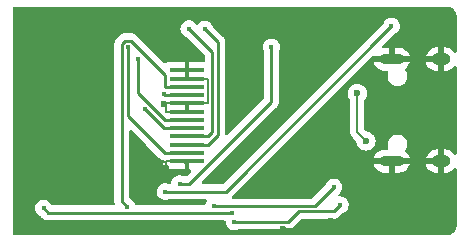
<source format=gbr>
G04 #@! TF.GenerationSoftware,KiCad,Pcbnew,(6.0.11)*
G04 #@! TF.CreationDate,2023-04-28T13:02:25+02:00*
G04 #@! TF.ProjectId,cyberticket,63796265-7274-4696-936b-65742e6b6963,rev?*
G04 #@! TF.SameCoordinates,Original*
G04 #@! TF.FileFunction,Copper,L2,Bot*
G04 #@! TF.FilePolarity,Positive*
%FSLAX46Y46*%
G04 Gerber Fmt 4.6, Leading zero omitted, Abs format (unit mm)*
G04 Created by KiCad (PCBNEW (6.0.11)) date 2023-04-28 13:02:25*
%MOMM*%
%LPD*%
G01*
G04 APERTURE LIST*
G04 #@! TA.AperFunction,ComponentPad*
%ADD10O,1.600000X1.000000*%
G04 #@! TD*
G04 #@! TA.AperFunction,ComponentPad*
%ADD11O,2.100000X0.900000*%
G04 #@! TD*
G04 #@! TA.AperFunction,SMDPad,CuDef*
%ADD12R,3.000000X0.350000*%
G04 #@! TD*
G04 #@! TA.AperFunction,ViaPad*
%ADD13C,0.600000*%
G04 #@! TD*
G04 #@! TA.AperFunction,ViaPad*
%ADD14C,0.400000*%
G04 #@! TD*
G04 #@! TA.AperFunction,Conductor*
%ADD15C,0.152400*%
G04 #@! TD*
G04 #@! TA.AperFunction,Conductor*
%ADD16C,0.250000*%
G04 #@! TD*
G04 APERTURE END LIST*
D10*
X131516000Y-54481000D03*
X131516000Y-63121000D03*
D11*
X127336000Y-63121000D03*
X127336000Y-54481000D03*
D12*
X109982000Y-55419000D03*
X109982000Y-56119000D03*
X109982000Y-56819000D03*
X109982000Y-57519000D03*
X109982000Y-58219000D03*
X109982000Y-58919000D03*
X109982000Y-59619000D03*
X109982000Y-60319000D03*
X109982000Y-61019000D03*
X109982000Y-61719000D03*
X109982000Y-62419000D03*
X109982000Y-63119000D03*
D13*
X119253000Y-51054000D03*
X118364000Y-65328800D03*
X118160800Y-68890100D03*
X115570000Y-54864000D03*
X108254800Y-52679600D03*
X122809000Y-60706000D03*
X124714000Y-62738000D03*
X101447600Y-66192400D03*
X122174000Y-68173600D03*
X116967000Y-60071000D03*
X115570000Y-50800000D03*
X119888000Y-65430400D03*
X106121200Y-66446400D03*
X120142000Y-61468000D03*
X108253100Y-63709100D03*
X108026200Y-58238900D03*
X117856000Y-59309000D03*
D14*
X113834800Y-67498900D03*
X97863400Y-67101500D03*
X109383100Y-65022200D03*
X117154600Y-53440700D03*
D13*
X125164200Y-61405100D03*
X124421600Y-57378900D03*
D14*
X104936700Y-66951400D03*
X108046700Y-57441400D03*
X111516400Y-51935200D03*
X110171000Y-51907100D03*
X122445500Y-65316800D03*
X112270300Y-66913900D03*
X114003500Y-68256400D03*
X122994200Y-66810500D03*
X106436400Y-58726000D03*
X105861700Y-54485900D03*
X105014500Y-53447900D03*
X108145500Y-65683100D03*
X127316500Y-51671500D03*
D15*
X108253100Y-58219000D02*
X108253100Y-58238900D01*
X111758500Y-56166600D02*
X111758500Y-58171400D01*
X111710900Y-56119000D02*
X111758500Y-56166600D01*
X119131300Y-68890100D02*
X118160800Y-68890100D01*
X109982000Y-63119000D02*
X108253100Y-63119000D01*
X108026200Y-58238900D02*
X108253100Y-58238900D01*
X109982000Y-58919000D02*
X108253100Y-58919000D01*
X109982000Y-56119000D02*
X111710900Y-56119000D01*
X119176800Y-68935600D02*
X119131300Y-68890100D01*
X109982000Y-58219000D02*
X108253100Y-58219000D01*
X108253100Y-63119000D02*
X108253100Y-63709100D01*
X119938800Y-68173600D02*
X119176800Y-68935600D01*
X122174000Y-68173600D02*
X119938800Y-68173600D01*
X109982000Y-58219000D02*
X111710900Y-58219000D01*
X111758500Y-58171400D02*
X111710900Y-58219000D01*
X109982000Y-55419000D02*
X109982000Y-56119000D01*
X108253100Y-58238900D02*
X108253100Y-58919000D01*
D16*
X97863400Y-67101500D02*
X98260800Y-67498900D01*
X98260800Y-67498900D02*
X113834800Y-67498900D01*
X117154600Y-58088600D02*
X110221100Y-65022100D01*
X117154600Y-53440700D02*
X117154600Y-58088600D01*
X109383100Y-65022100D02*
X109383100Y-65022200D01*
X110221100Y-65022100D02*
X109383100Y-65022100D01*
D15*
X124421600Y-60662500D02*
X125164200Y-61405100D01*
X124421600Y-57378900D02*
X124421600Y-60662500D01*
D16*
X105275600Y-52914300D02*
X104777400Y-52914300D01*
X104777400Y-52914300D02*
X104489100Y-53202600D01*
X109982000Y-56819000D02*
X108156700Y-56819000D01*
X108156700Y-56819000D02*
X108156700Y-55795400D01*
X104489100Y-53202600D02*
X104489100Y-66503800D01*
X104489100Y-66503800D02*
X104936700Y-66951400D01*
X108156700Y-55795400D02*
X105275600Y-52914300D01*
X108079100Y-57441400D02*
X108046700Y-57441400D01*
X108156700Y-57519000D02*
X108079100Y-57441400D01*
X109982000Y-57519000D02*
X108156700Y-57519000D01*
X111807300Y-61719000D02*
X112619900Y-60906400D01*
X112619900Y-60906400D02*
X112619900Y-53038700D01*
X112619900Y-53038700D02*
X111516400Y-51935200D01*
X109982000Y-61719000D02*
X111807300Y-61719000D01*
X112164600Y-53900700D02*
X110171000Y-51907100D01*
X109982000Y-61019000D02*
X111807300Y-61019000D01*
X112164600Y-60661700D02*
X112164600Y-53900700D01*
X111807300Y-61019000D02*
X112164600Y-60661700D01*
X122445500Y-65316800D02*
X120848400Y-66913900D01*
X120848400Y-66913900D02*
X112270300Y-66913900D01*
X119478500Y-67363900D02*
X122440800Y-67363900D01*
X122440800Y-67363900D02*
X122994200Y-66810500D01*
X118586000Y-68256400D02*
X119478500Y-67363900D01*
X114003500Y-68256400D02*
X118586000Y-68256400D01*
X108029400Y-60319000D02*
X106436400Y-58726000D01*
X109982000Y-60319000D02*
X108029400Y-60319000D01*
X108156700Y-59619000D02*
X105861700Y-57324000D01*
X105861700Y-57324000D02*
X105861700Y-54485900D01*
X109982000Y-59619000D02*
X108156700Y-59619000D01*
X109982000Y-62419000D02*
X108156700Y-62419000D01*
X105014500Y-59276800D02*
X105014500Y-53447900D01*
X108156700Y-62419000D02*
X105014500Y-59276800D01*
X113304900Y-65683100D02*
X127316500Y-51671500D01*
X108145500Y-65683100D02*
X113304900Y-65683100D01*
G04 #@! TA.AperFunction,Conductor*
G36*
X132050018Y-50040000D02*
G01*
X132064852Y-50042310D01*
X132064855Y-50042310D01*
X132073724Y-50043691D01*
X132083659Y-50042392D01*
X132084746Y-50042250D01*
X132113431Y-50041793D01*
X132186741Y-50049013D01*
X132216212Y-50051916D01*
X132240432Y-50056733D01*
X132359546Y-50092866D01*
X132382355Y-50102315D01*
X132492124Y-50160987D01*
X132512655Y-50174705D01*
X132608876Y-50253671D01*
X132626329Y-50271124D01*
X132705295Y-50367345D01*
X132719013Y-50387876D01*
X132777685Y-50497645D01*
X132787134Y-50520454D01*
X132823267Y-50639568D01*
X132828084Y-50663789D01*
X132837541Y-50759809D01*
X132837091Y-50775868D01*
X132837800Y-50775877D01*
X132837690Y-50784853D01*
X132836309Y-50793724D01*
X132837473Y-50802626D01*
X132837473Y-50802628D01*
X132840436Y-50825283D01*
X132841500Y-50841621D01*
X132841500Y-53789928D01*
X132821498Y-53858049D01*
X132767842Y-53904542D01*
X132697568Y-53914646D01*
X132632988Y-53885152D01*
X132617303Y-53868880D01*
X132543532Y-53777127D01*
X132534954Y-53768368D01*
X132392961Y-53649222D01*
X132382841Y-53642292D01*
X132220415Y-53552998D01*
X132209142Y-53548166D01*
X132032462Y-53492120D01*
X132020468Y-53489570D01*
X131876239Y-53473393D01*
X131869215Y-53473000D01*
X131788115Y-53473000D01*
X131772876Y-53477475D01*
X131771671Y-53478865D01*
X131770000Y-53486548D01*
X131770000Y-55470885D01*
X131774475Y-55486124D01*
X131775865Y-55487329D01*
X131783548Y-55489000D01*
X131862657Y-55489000D01*
X131868805Y-55488699D01*
X132006603Y-55475188D01*
X132018638Y-55472805D01*
X132196076Y-55419233D01*
X132207416Y-55414559D01*
X132371077Y-55327540D01*
X132381294Y-55320751D01*
X132524933Y-55203603D01*
X132533632Y-55194963D01*
X132618415Y-55092479D01*
X132677249Y-55052741D01*
X132748227Y-55051119D01*
X132808815Y-55088129D01*
X132839775Y-55152019D01*
X132841500Y-55172795D01*
X132841500Y-62429928D01*
X132821498Y-62498049D01*
X132767842Y-62544542D01*
X132697568Y-62554646D01*
X132632988Y-62525152D01*
X132617303Y-62508880D01*
X132543532Y-62417127D01*
X132534954Y-62408368D01*
X132392961Y-62289222D01*
X132382841Y-62282292D01*
X132220415Y-62192998D01*
X132209142Y-62188166D01*
X132032462Y-62132120D01*
X132020468Y-62129570D01*
X131876239Y-62113393D01*
X131869215Y-62113000D01*
X131788115Y-62113000D01*
X131772876Y-62117475D01*
X131771671Y-62118865D01*
X131770000Y-62126548D01*
X131770000Y-64110885D01*
X131774475Y-64126124D01*
X131775865Y-64127329D01*
X131783548Y-64129000D01*
X131862657Y-64129000D01*
X131868805Y-64128699D01*
X132006603Y-64115188D01*
X132018638Y-64112805D01*
X132196076Y-64059233D01*
X132207416Y-64054559D01*
X132371077Y-63967540D01*
X132381294Y-63960751D01*
X132524933Y-63843603D01*
X132533632Y-63834963D01*
X132618415Y-63732479D01*
X132677249Y-63692741D01*
X132748227Y-63691119D01*
X132808815Y-63728129D01*
X132839775Y-63792019D01*
X132841500Y-63812795D01*
X132841500Y-68530633D01*
X132840000Y-68550018D01*
X132836309Y-68573724D01*
X132837473Y-68582626D01*
X132837750Y-68584746D01*
X132838207Y-68613431D01*
X132831748Y-68679016D01*
X132828084Y-68716212D01*
X132823267Y-68740432D01*
X132787134Y-68859546D01*
X132777685Y-68882355D01*
X132719013Y-68992124D01*
X132705295Y-69012655D01*
X132626329Y-69108876D01*
X132608876Y-69126329D01*
X132512655Y-69205295D01*
X132492124Y-69219013D01*
X132382355Y-69277685D01*
X132359546Y-69287134D01*
X132240432Y-69323267D01*
X132216211Y-69328084D01*
X132120191Y-69337541D01*
X132104132Y-69337091D01*
X132104123Y-69337800D01*
X132095147Y-69337690D01*
X132086276Y-69336309D01*
X132077374Y-69337473D01*
X132077372Y-69337473D01*
X132064856Y-69339110D01*
X132054714Y-69340436D01*
X132038379Y-69341500D01*
X95376000Y-69341500D01*
X95307879Y-69321498D01*
X95261386Y-69267842D01*
X95250000Y-69215500D01*
X95250000Y-67094026D01*
X97149735Y-67094026D01*
X97168553Y-67264475D01*
X97227485Y-67425515D01*
X97323130Y-67567849D01*
X97449965Y-67683260D01*
X97456640Y-67686884D01*
X97593991Y-67761460D01*
X97593993Y-67761461D01*
X97600668Y-67765085D01*
X97608017Y-67767013D01*
X97608894Y-67767243D01*
X97609553Y-67767621D01*
X97615079Y-67769809D01*
X97614762Y-67770610D01*
X97666021Y-67800025D01*
X97757143Y-67891147D01*
X97764687Y-67899437D01*
X97768800Y-67905918D01*
X97774577Y-67911343D01*
X97818467Y-67952558D01*
X97821309Y-67955313D01*
X97841030Y-67975034D01*
X97844225Y-67977512D01*
X97853247Y-67985218D01*
X97885479Y-68015486D01*
X97892428Y-68019306D01*
X97903232Y-68025246D01*
X97919756Y-68036099D01*
X97935759Y-68048513D01*
X97976343Y-68066076D01*
X97986973Y-68071283D01*
X98025740Y-68092595D01*
X98033417Y-68094566D01*
X98033422Y-68094568D01*
X98045358Y-68097632D01*
X98064066Y-68104037D01*
X98082655Y-68112081D01*
X98090480Y-68113320D01*
X98090482Y-68113321D01*
X98126319Y-68118997D01*
X98137940Y-68121404D01*
X98173089Y-68130428D01*
X98180770Y-68132400D01*
X98201031Y-68132400D01*
X98220740Y-68133951D01*
X98240743Y-68137119D01*
X98248635Y-68136373D01*
X98253862Y-68135879D01*
X98284754Y-68132959D01*
X98296611Y-68132400D01*
X113164642Y-68132400D01*
X113232763Y-68152402D01*
X113279256Y-68206058D01*
X113288378Y-68249087D01*
X113289835Y-68248926D01*
X113308653Y-68419375D01*
X113367585Y-68580415D01*
X113371822Y-68586721D01*
X113371824Y-68586724D01*
X113380116Y-68599063D01*
X113463230Y-68722749D01*
X113468846Y-68727859D01*
X113573851Y-68823406D01*
X113590065Y-68838160D01*
X113740768Y-68919985D01*
X113906639Y-68963501D01*
X113994086Y-68964874D01*
X114070503Y-68966075D01*
X114070506Y-68966075D01*
X114078102Y-68966194D01*
X114085506Y-68964498D01*
X114085508Y-68964498D01*
X114148346Y-68950106D01*
X114245259Y-68927910D01*
X114294122Y-68903335D01*
X114350735Y-68889900D01*
X118507233Y-68889900D01*
X118518416Y-68890427D01*
X118525909Y-68892102D01*
X118533835Y-68891853D01*
X118533836Y-68891853D01*
X118593986Y-68889962D01*
X118597945Y-68889900D01*
X118625856Y-68889900D01*
X118629791Y-68889403D01*
X118629856Y-68889395D01*
X118641693Y-68888462D01*
X118673951Y-68887448D01*
X118677970Y-68887322D01*
X118685889Y-68887073D01*
X118705343Y-68881421D01*
X118724700Y-68877413D01*
X118736930Y-68875868D01*
X118736931Y-68875868D01*
X118744797Y-68874874D01*
X118752168Y-68871955D01*
X118752170Y-68871955D01*
X118785912Y-68858596D01*
X118797142Y-68854751D01*
X118831983Y-68844629D01*
X118831984Y-68844629D01*
X118839593Y-68842418D01*
X118846412Y-68838385D01*
X118846417Y-68838383D01*
X118857028Y-68832107D01*
X118874776Y-68823412D01*
X118893617Y-68815952D01*
X118929387Y-68789964D01*
X118939307Y-68783448D01*
X118970535Y-68764980D01*
X118970538Y-68764978D01*
X118977362Y-68760942D01*
X118991683Y-68746621D01*
X119006717Y-68733780D01*
X119013900Y-68728561D01*
X119023107Y-68721872D01*
X119051298Y-68687795D01*
X119059288Y-68679016D01*
X119703999Y-68034305D01*
X119766311Y-68000279D01*
X119793094Y-67997400D01*
X122362033Y-67997400D01*
X122373216Y-67997927D01*
X122380709Y-67999602D01*
X122388635Y-67999353D01*
X122388636Y-67999353D01*
X122448786Y-67997462D01*
X122452745Y-67997400D01*
X122480656Y-67997400D01*
X122484591Y-67996903D01*
X122484656Y-67996895D01*
X122496493Y-67995962D01*
X122528751Y-67994948D01*
X122532770Y-67994822D01*
X122540689Y-67994573D01*
X122560143Y-67988921D01*
X122579500Y-67984913D01*
X122591730Y-67983368D01*
X122591731Y-67983368D01*
X122599597Y-67982374D01*
X122606968Y-67979455D01*
X122606970Y-67979455D01*
X122640712Y-67966096D01*
X122651942Y-67962251D01*
X122686783Y-67952129D01*
X122686784Y-67952129D01*
X122694393Y-67949918D01*
X122701212Y-67945885D01*
X122701217Y-67945883D01*
X122711828Y-67939607D01*
X122729576Y-67930912D01*
X122748417Y-67923452D01*
X122784187Y-67897464D01*
X122794107Y-67890948D01*
X122825335Y-67872480D01*
X122825338Y-67872478D01*
X122832162Y-67868442D01*
X122846483Y-67854121D01*
X122861517Y-67841280D01*
X122871493Y-67834032D01*
X122877907Y-67829372D01*
X122906093Y-67795301D01*
X122914082Y-67786522D01*
X123190425Y-67510179D01*
X123234165Y-67482421D01*
X123235959Y-67482010D01*
X123389158Y-67404959D01*
X123394929Y-67400030D01*
X123394932Y-67400028D01*
X123513778Y-67298523D01*
X123519555Y-67293589D01*
X123619624Y-67154330D01*
X123683585Y-66995220D01*
X123684655Y-66987702D01*
X123707166Y-66829531D01*
X123707166Y-66829527D01*
X123707747Y-66825447D01*
X123707904Y-66810500D01*
X123701290Y-66755847D01*
X123688215Y-66647799D01*
X123688214Y-66647796D01*
X123687302Y-66640258D01*
X123684432Y-66632661D01*
X123629371Y-66486947D01*
X123626687Y-66479844D01*
X123592970Y-66430786D01*
X123533859Y-66344778D01*
X123533858Y-66344776D01*
X123529557Y-66338519D01*
X123523886Y-66333466D01*
X123407193Y-66229496D01*
X123407190Y-66229494D01*
X123401521Y-66224443D01*
X123393525Y-66220209D01*
X123303720Y-66172660D01*
X123249969Y-66144200D01*
X123239451Y-66141558D01*
X123091022Y-66104275D01*
X123091018Y-66104275D01*
X123083651Y-66102424D01*
X123076052Y-66102384D01*
X123076050Y-66102384D01*
X122958277Y-66101767D01*
X122890262Y-66081409D01*
X122844051Y-66027510D01*
X122834315Y-65957184D01*
X122864146Y-65892759D01*
X122877107Y-65879958D01*
X122965075Y-65804826D01*
X122965077Y-65804824D01*
X122970855Y-65799889D01*
X123070924Y-65660630D01*
X123134885Y-65501520D01*
X123156034Y-65352919D01*
X123158466Y-65335831D01*
X123158466Y-65335827D01*
X123159047Y-65331747D01*
X123159204Y-65316800D01*
X123138602Y-65146558D01*
X123126124Y-65113534D01*
X123080671Y-64993247D01*
X123077987Y-64986144D01*
X123046305Y-64940046D01*
X122985159Y-64851078D01*
X122985158Y-64851076D01*
X122980857Y-64844819D01*
X122975186Y-64839766D01*
X122858493Y-64735796D01*
X122858490Y-64735794D01*
X122852821Y-64730743D01*
X122844825Y-64726509D01*
X122707981Y-64654054D01*
X122707982Y-64654054D01*
X122701269Y-64650500D01*
X122683696Y-64646086D01*
X122542322Y-64610575D01*
X122542318Y-64610575D01*
X122534951Y-64608724D01*
X122527352Y-64608684D01*
X122527350Y-64608684D01*
X122455894Y-64608310D01*
X122363469Y-64607826D01*
X122356089Y-64609598D01*
X122356087Y-64609598D01*
X122204102Y-64646086D01*
X122204098Y-64646087D01*
X122196723Y-64647858D01*
X122044339Y-64726509D01*
X121915115Y-64839239D01*
X121816510Y-64979539D01*
X121800598Y-65020351D01*
X121781159Y-65070209D01*
X121752861Y-65113534D01*
X120622900Y-66243495D01*
X120560588Y-66277521D01*
X120533805Y-66280400D01*
X113907694Y-66280400D01*
X113839573Y-66260398D01*
X113793080Y-66206742D01*
X113782976Y-66136468D01*
X113812470Y-66071888D01*
X113818599Y-66065305D01*
X116498829Y-63385075D01*
X125812363Y-63385075D01*
X125868310Y-63537136D01*
X125873877Y-63548549D01*
X125969708Y-63703108D01*
X125977460Y-63713174D01*
X126102408Y-63845303D01*
X126112026Y-63853605D01*
X126260987Y-63957908D01*
X126272081Y-63964108D01*
X126438980Y-64036332D01*
X126451083Y-64040171D01*
X126630600Y-64077675D01*
X126640152Y-64078915D01*
X126643384Y-64079000D01*
X127063885Y-64079000D01*
X127079124Y-64074525D01*
X127080329Y-64073135D01*
X127082000Y-64065452D01*
X127082000Y-64060885D01*
X127590000Y-64060885D01*
X127594475Y-64076124D01*
X127595865Y-64077329D01*
X127603548Y-64079000D01*
X127981447Y-64079000D01*
X127987822Y-64078677D01*
X128123277Y-64064918D01*
X128135717Y-64062364D01*
X128309244Y-64007984D01*
X128320932Y-64002975D01*
X128479979Y-63914813D01*
X128490412Y-63907562D01*
X128628491Y-63789215D01*
X128637244Y-63780024D01*
X128748711Y-63636320D01*
X128755435Y-63625560D01*
X128835732Y-63462375D01*
X128840155Y-63450481D01*
X128855251Y-63392530D01*
X128855074Y-63386768D01*
X130243425Y-63386768D01*
X130275138Y-63494521D01*
X130279731Y-63505889D01*
X130365607Y-63670154D01*
X130372321Y-63680415D01*
X130488468Y-63824873D01*
X130497046Y-63833632D01*
X130639039Y-63952778D01*
X130649159Y-63959708D01*
X130811585Y-64049002D01*
X130822858Y-64053834D01*
X130999538Y-64109880D01*
X131011532Y-64112430D01*
X131155761Y-64128607D01*
X131162785Y-64129000D01*
X131243885Y-64129000D01*
X131259124Y-64124525D01*
X131260329Y-64123135D01*
X131262000Y-64115452D01*
X131262000Y-63393115D01*
X131257525Y-63377876D01*
X131256135Y-63376671D01*
X131248452Y-63375000D01*
X130258076Y-63375000D01*
X130244545Y-63378973D01*
X130243425Y-63386768D01*
X128855074Y-63386768D01*
X128854817Y-63378436D01*
X128846636Y-63375000D01*
X127608115Y-63375000D01*
X127592876Y-63379475D01*
X127591671Y-63380865D01*
X127590000Y-63388548D01*
X127590000Y-64060885D01*
X127082000Y-64060885D01*
X127082000Y-63393115D01*
X127077525Y-63377876D01*
X127076135Y-63376671D01*
X127068452Y-63375000D01*
X125826771Y-63375000D01*
X125813240Y-63378973D01*
X125812363Y-63385075D01*
X116498829Y-63385075D01*
X117034434Y-62849470D01*
X125816749Y-62849470D01*
X125817183Y-62863564D01*
X125825364Y-62867000D01*
X128845229Y-62867000D01*
X128856144Y-62863795D01*
X130244544Y-62863795D01*
X130251299Y-62867000D01*
X131243885Y-62867000D01*
X131259124Y-62862525D01*
X131260329Y-62861135D01*
X131262000Y-62853452D01*
X131262000Y-62131115D01*
X131257525Y-62115876D01*
X131256135Y-62114671D01*
X131248452Y-62113000D01*
X131169343Y-62113000D01*
X131163195Y-62113301D01*
X131025397Y-62126812D01*
X131013362Y-62129195D01*
X130835924Y-62182767D01*
X130824584Y-62187441D01*
X130660923Y-62274460D01*
X130650706Y-62281249D01*
X130507067Y-62398397D01*
X130498363Y-62407041D01*
X130380216Y-62549856D01*
X130373356Y-62560027D01*
X130285196Y-62723076D01*
X130280444Y-62734381D01*
X130244750Y-62849692D01*
X130244544Y-62863795D01*
X128856144Y-62863795D01*
X128858760Y-62863027D01*
X128859637Y-62856925D01*
X128803690Y-62704864D01*
X128798123Y-62693451D01*
X128702292Y-62538892D01*
X128694540Y-62528826D01*
X128569594Y-62396699D01*
X128559972Y-62388393D01*
X128532916Y-62369448D01*
X128488588Y-62313990D01*
X128481280Y-62243371D01*
X128500976Y-62195413D01*
X128572442Y-62090255D01*
X128576277Y-62084612D01*
X128643530Y-61916466D01*
X128644644Y-61909738D01*
X128644645Y-61909734D01*
X128671993Y-61744539D01*
X128671993Y-61744536D01*
X128673108Y-61737802D01*
X128668203Y-61644198D01*
X128663987Y-61563766D01*
X128663630Y-61556953D01*
X128640304Y-61472266D01*
X128617352Y-61388941D01*
X128615539Y-61382359D01*
X128531078Y-61222164D01*
X128526673Y-61216951D01*
X128526670Y-61216947D01*
X128418594Y-61089057D01*
X128418590Y-61089053D01*
X128414187Y-61083843D01*
X128399953Y-61072960D01*
X128275743Y-60977994D01*
X128275739Y-60977991D01*
X128270322Y-60973850D01*
X128128596Y-60907762D01*
X128112369Y-60900195D01*
X128112366Y-60900194D01*
X128106192Y-60897315D01*
X128099544Y-60895829D01*
X128099541Y-60895828D01*
X127934494Y-60858936D01*
X127934495Y-60858936D01*
X127929457Y-60857810D01*
X127923912Y-60857500D01*
X127790756Y-60857500D01*
X127655963Y-60872143D01*
X127572609Y-60900195D01*
X127490796Y-60927728D01*
X127490794Y-60927729D01*
X127484325Y-60929906D01*
X127329095Y-61023177D01*
X127324138Y-61027865D01*
X127324135Y-61027867D01*
X127215055Y-61131020D01*
X127197515Y-61147607D01*
X127193683Y-61153245D01*
X127193680Y-61153249D01*
X127142740Y-61228205D01*
X127095723Y-61297388D01*
X127028470Y-61465534D01*
X127027356Y-61472262D01*
X127027355Y-61472266D01*
X127003888Y-61614020D01*
X126998892Y-61644198D01*
X126999249Y-61651015D01*
X126999249Y-61651019D01*
X127005507Y-61770414D01*
X127008370Y-61825047D01*
X127010181Y-61831620D01*
X127010181Y-61831623D01*
X127056461Y-61999641D01*
X127054554Y-62000166D01*
X127060162Y-62061309D01*
X127027393Y-62124291D01*
X126965776Y-62159559D01*
X126936529Y-62163000D01*
X126690553Y-62163000D01*
X126684178Y-62163323D01*
X126548723Y-62177082D01*
X126536283Y-62179636D01*
X126362756Y-62234016D01*
X126351068Y-62239025D01*
X126192021Y-62327187D01*
X126181588Y-62334438D01*
X126043509Y-62452785D01*
X126034756Y-62461976D01*
X125923289Y-62605680D01*
X125916565Y-62616440D01*
X125836268Y-62779625D01*
X125831845Y-62791519D01*
X125816749Y-62849470D01*
X117034434Y-62849470D01*
X122516365Y-57367540D01*
X123608063Y-57367540D01*
X123625763Y-57548060D01*
X123683018Y-57720173D01*
X123686665Y-57726195D01*
X123686666Y-57726197D01*
X123769578Y-57863101D01*
X123776980Y-57875324D01*
X123781870Y-57880388D01*
X123781871Y-57880389D01*
X123801538Y-57900755D01*
X123834469Y-57963652D01*
X123836900Y-57988281D01*
X123836900Y-60615922D01*
X123835822Y-60632369D01*
X123831855Y-60662500D01*
X123836900Y-60700819D01*
X123836900Y-60700821D01*
X123851950Y-60815137D01*
X123855109Y-60822764D01*
X123855110Y-60822767D01*
X123876464Y-60874320D01*
X123886987Y-60899724D01*
X123910866Y-60957373D01*
X123940310Y-60995745D01*
X124004587Y-61079513D01*
X124011137Y-61084539D01*
X124011141Y-61084543D01*
X124028709Y-61098023D01*
X124041101Y-61108891D01*
X124321448Y-61389238D01*
X124355474Y-61451550D01*
X124357752Y-61466038D01*
X124368363Y-61574260D01*
X124425618Y-61746373D01*
X124429265Y-61752395D01*
X124429266Y-61752397D01*
X124477247Y-61831623D01*
X124519580Y-61901524D01*
X124645582Y-62032002D01*
X124651478Y-62035860D01*
X124790064Y-62126548D01*
X124797359Y-62131322D01*
X124803963Y-62133778D01*
X124803965Y-62133779D01*
X124960758Y-62192090D01*
X124960760Y-62192090D01*
X124967368Y-62194548D01*
X125051195Y-62205733D01*
X125140180Y-62217607D01*
X125140184Y-62217607D01*
X125147161Y-62218538D01*
X125154172Y-62217900D01*
X125154176Y-62217900D01*
X125296659Y-62204932D01*
X125327800Y-62202098D01*
X125334502Y-62199920D01*
X125334504Y-62199920D01*
X125493609Y-62148224D01*
X125493612Y-62148223D01*
X125500308Y-62146047D01*
X125603366Y-62084612D01*
X125650060Y-62056777D01*
X125650062Y-62056776D01*
X125656112Y-62053169D01*
X125787466Y-61928082D01*
X125887843Y-61777002D01*
X125952255Y-61607438D01*
X125953235Y-61600466D01*
X125976948Y-61431739D01*
X125976948Y-61431736D01*
X125977499Y-61427817D01*
X125977816Y-61405100D01*
X125957597Y-61224845D01*
X125918382Y-61112234D01*
X125900264Y-61060206D01*
X125900262Y-61060203D01*
X125897945Y-61053548D01*
X125846344Y-60970968D01*
X125805559Y-60905698D01*
X125801826Y-60899724D01*
X125790710Y-60888530D01*
X125678978Y-60776015D01*
X125678974Y-60776012D01*
X125674015Y-60771018D01*
X125520866Y-60673827D01*
X125489056Y-60662500D01*
X125356625Y-60615343D01*
X125356620Y-60615342D01*
X125349990Y-60612981D01*
X125343002Y-60612148D01*
X125342999Y-60612147D01*
X125221848Y-60597701D01*
X125156575Y-60569774D01*
X125147672Y-60561682D01*
X125043205Y-60457215D01*
X125009179Y-60394903D01*
X125006300Y-60368120D01*
X125006300Y-57992482D01*
X125026302Y-57924361D01*
X125035777Y-57911492D01*
X125039763Y-57906741D01*
X125044866Y-57901882D01*
X125145243Y-57750802D01*
X125209655Y-57581238D01*
X125210635Y-57574266D01*
X125234348Y-57405539D01*
X125234348Y-57405536D01*
X125234899Y-57401617D01*
X125235216Y-57378900D01*
X125214997Y-57198645D01*
X125212680Y-57191991D01*
X125157664Y-57034006D01*
X125157662Y-57034003D01*
X125155345Y-57027348D01*
X125059226Y-56873524D01*
X125040729Y-56854897D01*
X124936378Y-56749815D01*
X124936374Y-56749812D01*
X124931415Y-56744818D01*
X124920297Y-56737762D01*
X124863637Y-56701805D01*
X124778266Y-56647627D01*
X124723568Y-56628150D01*
X124614025Y-56589143D01*
X124614020Y-56589142D01*
X124607390Y-56586781D01*
X124600402Y-56585948D01*
X124600399Y-56585947D01*
X124477298Y-56571268D01*
X124427280Y-56565304D01*
X124420277Y-56566040D01*
X124420276Y-56566040D01*
X124253888Y-56583528D01*
X124253886Y-56583529D01*
X124246888Y-56584264D01*
X124075179Y-56642718D01*
X124069175Y-56646412D01*
X123926695Y-56734066D01*
X123926692Y-56734068D01*
X123920688Y-56737762D01*
X123915653Y-56742693D01*
X123915650Y-56742695D01*
X123801074Y-56854897D01*
X123791093Y-56864671D01*
X123692835Y-57017138D01*
X123690426Y-57023758D01*
X123690424Y-57023761D01*
X123685901Y-57036188D01*
X123630797Y-57187585D01*
X123608063Y-57367540D01*
X122516365Y-57367540D01*
X125138830Y-54745075D01*
X125812363Y-54745075D01*
X125868310Y-54897136D01*
X125873877Y-54908549D01*
X125969708Y-55063108D01*
X125977460Y-55073174D01*
X126102408Y-55205303D01*
X126112026Y-55213605D01*
X126260987Y-55317908D01*
X126272081Y-55324108D01*
X126438980Y-55396332D01*
X126451083Y-55400171D01*
X126630600Y-55437675D01*
X126640152Y-55438915D01*
X126643384Y-55439000D01*
X126940975Y-55439000D01*
X127009096Y-55459002D01*
X127055589Y-55512658D01*
X127065693Y-55582932D01*
X127057965Y-55611790D01*
X127028470Y-55685534D01*
X127027356Y-55692262D01*
X127027355Y-55692266D01*
X127011932Y-55785429D01*
X126998892Y-55864198D01*
X126999249Y-55871015D01*
X126999249Y-55871019D01*
X127004151Y-55964539D01*
X127008370Y-56045047D01*
X127010181Y-56051620D01*
X127010181Y-56051623D01*
X127033285Y-56135500D01*
X127056461Y-56219641D01*
X127140922Y-56379836D01*
X127145327Y-56385049D01*
X127145330Y-56385053D01*
X127253406Y-56512943D01*
X127253410Y-56512947D01*
X127257813Y-56518157D01*
X127263237Y-56522304D01*
X127263238Y-56522305D01*
X127396257Y-56624006D01*
X127396261Y-56624009D01*
X127401678Y-56628150D01*
X127488372Y-56668576D01*
X127559631Y-56701805D01*
X127559634Y-56701806D01*
X127565808Y-56704685D01*
X127572456Y-56706171D01*
X127572459Y-56706172D01*
X127678421Y-56729857D01*
X127742543Y-56744190D01*
X127748088Y-56744500D01*
X127881244Y-56744500D01*
X128016037Y-56729857D01*
X128134190Y-56690094D01*
X128181204Y-56674272D01*
X128181206Y-56674271D01*
X128187675Y-56672094D01*
X128342905Y-56578823D01*
X128347862Y-56574135D01*
X128347865Y-56574133D01*
X128469527Y-56459082D01*
X128469529Y-56459080D01*
X128474485Y-56454393D01*
X128478317Y-56448755D01*
X128478320Y-56448751D01*
X128572442Y-56310255D01*
X128576277Y-56304612D01*
X128643530Y-56136466D01*
X128644644Y-56129738D01*
X128644645Y-56129734D01*
X128671993Y-55964539D01*
X128671993Y-55964536D01*
X128673108Y-55957802D01*
X128668263Y-55865343D01*
X128663987Y-55783766D01*
X128663630Y-55776953D01*
X128640304Y-55692266D01*
X128617352Y-55608941D01*
X128615539Y-55602359D01*
X128531078Y-55442164D01*
X128509186Y-55416258D01*
X128480495Y-55351320D01*
X128491467Y-55281176D01*
X128523428Y-55239264D01*
X128628491Y-55149215D01*
X128637244Y-55140024D01*
X128748711Y-54996320D01*
X128755435Y-54985560D01*
X128835732Y-54822375D01*
X128840155Y-54810481D01*
X128855251Y-54752530D01*
X128855074Y-54746768D01*
X130243425Y-54746768D01*
X130275138Y-54854521D01*
X130279731Y-54865889D01*
X130365607Y-55030154D01*
X130372321Y-55040415D01*
X130488468Y-55184873D01*
X130497046Y-55193632D01*
X130639039Y-55312778D01*
X130649159Y-55319708D01*
X130811585Y-55409002D01*
X130822858Y-55413834D01*
X130999538Y-55469880D01*
X131011532Y-55472430D01*
X131155761Y-55488607D01*
X131162785Y-55489000D01*
X131243885Y-55489000D01*
X131259124Y-55484525D01*
X131260329Y-55483135D01*
X131262000Y-55475452D01*
X131262000Y-54753115D01*
X131257525Y-54737876D01*
X131256135Y-54736671D01*
X131248452Y-54735000D01*
X130258076Y-54735000D01*
X130244545Y-54738973D01*
X130243425Y-54746768D01*
X128855074Y-54746768D01*
X128854817Y-54738436D01*
X128846636Y-54735000D01*
X125826771Y-54735000D01*
X125813240Y-54738973D01*
X125812363Y-54745075D01*
X125138830Y-54745075D01*
X125646881Y-54237024D01*
X125709193Y-54202998D01*
X125784768Y-54209949D01*
X125825365Y-54227000D01*
X127063885Y-54227000D01*
X127079124Y-54222525D01*
X127080329Y-54221135D01*
X127082000Y-54213452D01*
X127082000Y-54208885D01*
X127590000Y-54208885D01*
X127594475Y-54224124D01*
X127595865Y-54225329D01*
X127603548Y-54227000D01*
X128845229Y-54227000D01*
X128856144Y-54223795D01*
X130244544Y-54223795D01*
X130251299Y-54227000D01*
X131243885Y-54227000D01*
X131259124Y-54222525D01*
X131260329Y-54221135D01*
X131262000Y-54213452D01*
X131262000Y-53491115D01*
X131257525Y-53475876D01*
X131256135Y-53474671D01*
X131248452Y-53473000D01*
X131169343Y-53473000D01*
X131163195Y-53473301D01*
X131025397Y-53486812D01*
X131013362Y-53489195D01*
X130835924Y-53542767D01*
X130824584Y-53547441D01*
X130660923Y-53634460D01*
X130650706Y-53641249D01*
X130507067Y-53758397D01*
X130498363Y-53767041D01*
X130380216Y-53909856D01*
X130373356Y-53920027D01*
X130285196Y-54083076D01*
X130280444Y-54094381D01*
X130244750Y-54209692D01*
X130244544Y-54223795D01*
X128856144Y-54223795D01*
X128858760Y-54223027D01*
X128859637Y-54216925D01*
X128803690Y-54064864D01*
X128798123Y-54053451D01*
X128702292Y-53898892D01*
X128694540Y-53888826D01*
X128569592Y-53756697D01*
X128559974Y-53748395D01*
X128411013Y-53644092D01*
X128399919Y-53637892D01*
X128233020Y-53565668D01*
X128220917Y-53561829D01*
X128041400Y-53524325D01*
X128031848Y-53523085D01*
X128028616Y-53523000D01*
X127608115Y-53523000D01*
X127592876Y-53527475D01*
X127591671Y-53528865D01*
X127590000Y-53536548D01*
X127590000Y-54208885D01*
X127082000Y-54208885D01*
X127082000Y-53541115D01*
X127077525Y-53525876D01*
X127076135Y-53524671D01*
X127068452Y-53523000D01*
X126690553Y-53523000D01*
X126684171Y-53523323D01*
X126676030Y-53524150D01*
X126606237Y-53511133D01*
X126554561Y-53462449D01*
X126537409Y-53393556D01*
X126560226Y-53326326D01*
X126574205Y-53309700D01*
X127512726Y-52371179D01*
X127556464Y-52343421D01*
X127558259Y-52343010D01*
X127711458Y-52265959D01*
X127717229Y-52261030D01*
X127717232Y-52261028D01*
X127836078Y-52159523D01*
X127841855Y-52154589D01*
X127941924Y-52015330D01*
X128005885Y-51856220D01*
X128030047Y-51686447D01*
X128030204Y-51671500D01*
X128018701Y-51576444D01*
X128010515Y-51508799D01*
X128010514Y-51508796D01*
X128009602Y-51501258D01*
X127997594Y-51469478D01*
X127951671Y-51347947D01*
X127948987Y-51340844D01*
X127898270Y-51267050D01*
X127856159Y-51205778D01*
X127856158Y-51205776D01*
X127851857Y-51199519D01*
X127846186Y-51194466D01*
X127729493Y-51090496D01*
X127729490Y-51090494D01*
X127723821Y-51085443D01*
X127715825Y-51081209D01*
X127578981Y-51008754D01*
X127578982Y-51008754D01*
X127572269Y-51005200D01*
X127554696Y-51000786D01*
X127413322Y-50965275D01*
X127413318Y-50965275D01*
X127405951Y-50963424D01*
X127398352Y-50963384D01*
X127398350Y-50963384D01*
X127326894Y-50963010D01*
X127234469Y-50962526D01*
X127227089Y-50964298D01*
X127227087Y-50964298D01*
X127075102Y-51000786D01*
X127075098Y-51000787D01*
X127067723Y-51002558D01*
X126915339Y-51081209D01*
X126786115Y-51193939D01*
X126687510Y-51334239D01*
X126684750Y-51341319D01*
X126684748Y-51341322D01*
X126652159Y-51424909D01*
X126623861Y-51468235D01*
X113079400Y-65012695D01*
X113017088Y-65046721D01*
X112990305Y-65049600D01*
X111393694Y-65049600D01*
X111325573Y-65029598D01*
X111279080Y-64975942D01*
X111268976Y-64905668D01*
X111298470Y-64841088D01*
X111304599Y-64834505D01*
X114356232Y-61782873D01*
X117546853Y-58592252D01*
X117555139Y-58584712D01*
X117561618Y-58580600D01*
X117608244Y-58530948D01*
X117610998Y-58528107D01*
X117630735Y-58508370D01*
X117633215Y-58505173D01*
X117640920Y-58496151D01*
X117665759Y-58469700D01*
X117671186Y-58463921D01*
X117675005Y-58456975D01*
X117675007Y-58456972D01*
X117680948Y-58446166D01*
X117691799Y-58429647D01*
X117699358Y-58419901D01*
X117704214Y-58413641D01*
X117707359Y-58406372D01*
X117707362Y-58406368D01*
X117721774Y-58373063D01*
X117726991Y-58362413D01*
X117748295Y-58323660D01*
X117753333Y-58304037D01*
X117759737Y-58285334D01*
X117764633Y-58274020D01*
X117764633Y-58274019D01*
X117767781Y-58266745D01*
X117769020Y-58258922D01*
X117769023Y-58258912D01*
X117774699Y-58223076D01*
X117777105Y-58211456D01*
X117786128Y-58176311D01*
X117786128Y-58176310D01*
X117788100Y-58168630D01*
X117788100Y-58148376D01*
X117789651Y-58128665D01*
X117791580Y-58116486D01*
X117792820Y-58108657D01*
X117788659Y-58064638D01*
X117788100Y-58052781D01*
X117788100Y-53788819D01*
X117797192Y-53741823D01*
X117809081Y-53712247D01*
X117843985Y-53625420D01*
X117857727Y-53528865D01*
X117867566Y-53459731D01*
X117867566Y-53459727D01*
X117868147Y-53455647D01*
X117868304Y-53440700D01*
X117847702Y-53270458D01*
X117799474Y-53142824D01*
X117789771Y-53117147D01*
X117787087Y-53110044D01*
X117731201Y-53028729D01*
X117694259Y-52974978D01*
X117694258Y-52974976D01*
X117689957Y-52968719D01*
X117684286Y-52963666D01*
X117567593Y-52859696D01*
X117567590Y-52859694D01*
X117561921Y-52854643D01*
X117553925Y-52850409D01*
X117449368Y-52795049D01*
X117410369Y-52774400D01*
X117365358Y-52763094D01*
X117251422Y-52734475D01*
X117251418Y-52734475D01*
X117244051Y-52732624D01*
X117236452Y-52732584D01*
X117236450Y-52732584D01*
X117164994Y-52732210D01*
X117072569Y-52731726D01*
X117065189Y-52733498D01*
X117065187Y-52733498D01*
X116913202Y-52769986D01*
X116913198Y-52769987D01*
X116905823Y-52771758D01*
X116753439Y-52850409D01*
X116624215Y-52963139D01*
X116525610Y-53103439D01*
X116502569Y-53162535D01*
X116475301Y-53232475D01*
X116463318Y-53263209D01*
X116462326Y-53270742D01*
X116462326Y-53270743D01*
X116446158Y-53393556D01*
X116440935Y-53433226D01*
X116445370Y-53473393D01*
X116453625Y-53548166D01*
X116459753Y-53603675D01*
X116462362Y-53610806D01*
X116462363Y-53610808D01*
X116513426Y-53750344D01*
X116521100Y-53793645D01*
X116521100Y-57774006D01*
X116501098Y-57842127D01*
X116484195Y-57863101D01*
X113468495Y-60878801D01*
X113406183Y-60912827D01*
X113335368Y-60907762D01*
X113278532Y-60865215D01*
X113253721Y-60798695D01*
X113253400Y-60789706D01*
X113253400Y-53117468D01*
X113253927Y-53106285D01*
X113255602Y-53098792D01*
X113254823Y-53073989D01*
X113253462Y-53030702D01*
X113253400Y-53026744D01*
X113253400Y-52998844D01*
X113252896Y-52994853D01*
X113251963Y-52983011D01*
X113251339Y-52963139D01*
X113250574Y-52938811D01*
X113244921Y-52919352D01*
X113240912Y-52899993D01*
X113240746Y-52898683D01*
X113238374Y-52879903D01*
X113235458Y-52872537D01*
X113235456Y-52872531D01*
X113222100Y-52838798D01*
X113218255Y-52827568D01*
X113208130Y-52792717D01*
X113208130Y-52792716D01*
X113205919Y-52785107D01*
X113195605Y-52767666D01*
X113186908Y-52749913D01*
X113182372Y-52738458D01*
X113179452Y-52731083D01*
X113153463Y-52695312D01*
X113146947Y-52685392D01*
X113128478Y-52654163D01*
X113124442Y-52647338D01*
X113110121Y-52633017D01*
X113097280Y-52617983D01*
X113090031Y-52608006D01*
X113085372Y-52601593D01*
X113079268Y-52596543D01*
X113079263Y-52596538D01*
X113051302Y-52573407D01*
X113042521Y-52565417D01*
X112208907Y-51731802D01*
X112180137Y-51687245D01*
X112179836Y-51686447D01*
X112148887Y-51604544D01*
X112106997Y-51543593D01*
X112056059Y-51469478D01*
X112056058Y-51469476D01*
X112051757Y-51463219D01*
X112046086Y-51458166D01*
X111929393Y-51354196D01*
X111929390Y-51354194D01*
X111923721Y-51349143D01*
X111915725Y-51344909D01*
X111778881Y-51272454D01*
X111778882Y-51272454D01*
X111772169Y-51268900D01*
X111754596Y-51264486D01*
X111613222Y-51228975D01*
X111613218Y-51228975D01*
X111605851Y-51227124D01*
X111598252Y-51227084D01*
X111598250Y-51227084D01*
X111526794Y-51226710D01*
X111434369Y-51226226D01*
X111426989Y-51227998D01*
X111426987Y-51227998D01*
X111275002Y-51264486D01*
X111274998Y-51264487D01*
X111267623Y-51266258D01*
X111115239Y-51344909D01*
X110986015Y-51457639D01*
X110981648Y-51463853D01*
X110981645Y-51463856D01*
X110956692Y-51499361D01*
X110901158Y-51543593D01*
X110830526Y-51550779D01*
X110767222Y-51518638D01*
X110749765Y-51498278D01*
X110710659Y-51441378D01*
X110710658Y-51441376D01*
X110706357Y-51435119D01*
X110700686Y-51430066D01*
X110583993Y-51326096D01*
X110583990Y-51326094D01*
X110578321Y-51321043D01*
X110570325Y-51316809D01*
X110476346Y-51267050D01*
X110426769Y-51240800D01*
X110409196Y-51236386D01*
X110267822Y-51200875D01*
X110267818Y-51200875D01*
X110260451Y-51199024D01*
X110252852Y-51198984D01*
X110252850Y-51198984D01*
X110181394Y-51198610D01*
X110088969Y-51198126D01*
X110081589Y-51199898D01*
X110081587Y-51199898D01*
X109929602Y-51236386D01*
X109929598Y-51236387D01*
X109922223Y-51238158D01*
X109769839Y-51316809D01*
X109640615Y-51429539D01*
X109542010Y-51569839D01*
X109539250Y-51576919D01*
X109494681Y-51691232D01*
X109479718Y-51729609D01*
X109457335Y-51899626D01*
X109476153Y-52070075D01*
X109535085Y-52231115D01*
X109539322Y-52237421D01*
X109539324Y-52237424D01*
X109566992Y-52278598D01*
X109630730Y-52373449D01*
X109686375Y-52424082D01*
X109725097Y-52459316D01*
X109757565Y-52488860D01*
X109764240Y-52492484D01*
X109901591Y-52567060D01*
X109901593Y-52567061D01*
X109908268Y-52570685D01*
X109915617Y-52572613D01*
X109916494Y-52572843D01*
X109917153Y-52573221D01*
X109922679Y-52575409D01*
X109922362Y-52576210D01*
X109973621Y-52605625D01*
X111494195Y-54126199D01*
X111528221Y-54188511D01*
X111531100Y-54215294D01*
X111531100Y-54610000D01*
X111511098Y-54678121D01*
X111457442Y-54724614D01*
X111405100Y-54736000D01*
X110175115Y-54736000D01*
X110159876Y-54740475D01*
X110158671Y-54741865D01*
X110157000Y-54749548D01*
X110157000Y-56009500D01*
X110136998Y-56077621D01*
X110083342Y-56124114D01*
X110031000Y-56135500D01*
X109933000Y-56135500D01*
X109864879Y-56115498D01*
X109818386Y-56061842D01*
X109807000Y-56009500D01*
X109807000Y-54754116D01*
X109802525Y-54738877D01*
X109801135Y-54737672D01*
X109793452Y-54736001D01*
X108437331Y-54736001D01*
X108430510Y-54736371D01*
X108379648Y-54741895D01*
X108364396Y-54745521D01*
X108243946Y-54790676D01*
X108228349Y-54799215D01*
X108217485Y-54807357D01*
X108150978Y-54832203D01*
X108081596Y-54817149D01*
X108052828Y-54795624D01*
X107177232Y-53920027D01*
X105779252Y-52522047D01*
X105771712Y-52513761D01*
X105767600Y-52507282D01*
X105717948Y-52460656D01*
X105715107Y-52457902D01*
X105695370Y-52438165D01*
X105692173Y-52435685D01*
X105683151Y-52427980D01*
X105669722Y-52415369D01*
X105650921Y-52397714D01*
X105643975Y-52393895D01*
X105643972Y-52393893D01*
X105633166Y-52387952D01*
X105616647Y-52377101D01*
X105616183Y-52376741D01*
X105600641Y-52364686D01*
X105593372Y-52361541D01*
X105593368Y-52361538D01*
X105560063Y-52347126D01*
X105549413Y-52341909D01*
X105510660Y-52320605D01*
X105491037Y-52315567D01*
X105472334Y-52309163D01*
X105461020Y-52304267D01*
X105461019Y-52304267D01*
X105453745Y-52301119D01*
X105445922Y-52299880D01*
X105445912Y-52299877D01*
X105410076Y-52294201D01*
X105398456Y-52291795D01*
X105363311Y-52282772D01*
X105363310Y-52282772D01*
X105355630Y-52280800D01*
X105335376Y-52280800D01*
X105315665Y-52279249D01*
X105303486Y-52277320D01*
X105295657Y-52276080D01*
X105266386Y-52278847D01*
X105251639Y-52280241D01*
X105239781Y-52280800D01*
X104856168Y-52280800D01*
X104844985Y-52280273D01*
X104837492Y-52278598D01*
X104829566Y-52278847D01*
X104829565Y-52278847D01*
X104769402Y-52280738D01*
X104765444Y-52280800D01*
X104737544Y-52280800D01*
X104733554Y-52281304D01*
X104721720Y-52282236D01*
X104677511Y-52283626D01*
X104669897Y-52285838D01*
X104669892Y-52285839D01*
X104658059Y-52289277D01*
X104638696Y-52293288D01*
X104618603Y-52295826D01*
X104611236Y-52298743D01*
X104611231Y-52298744D01*
X104577492Y-52312102D01*
X104566265Y-52315946D01*
X104523807Y-52328282D01*
X104516981Y-52332319D01*
X104506372Y-52338593D01*
X104488624Y-52347288D01*
X104469783Y-52354748D01*
X104463367Y-52359410D01*
X104463366Y-52359410D01*
X104434013Y-52380736D01*
X104424093Y-52387252D01*
X104392865Y-52405720D01*
X104392862Y-52405722D01*
X104386038Y-52409758D01*
X104371714Y-52424082D01*
X104356687Y-52436917D01*
X104340293Y-52448828D01*
X104335240Y-52454936D01*
X104335238Y-52454938D01*
X104312112Y-52482893D01*
X104304122Y-52491674D01*
X104096842Y-52698953D01*
X104088563Y-52706487D01*
X104082082Y-52710600D01*
X104059662Y-52734475D01*
X104035456Y-52760252D01*
X104032701Y-52763094D01*
X104012965Y-52782830D01*
X104010485Y-52786027D01*
X104002782Y-52795047D01*
X103972514Y-52827279D01*
X103968695Y-52834225D01*
X103968693Y-52834228D01*
X103962752Y-52845034D01*
X103951901Y-52861553D01*
X103939486Y-52877559D01*
X103936341Y-52884828D01*
X103936338Y-52884832D01*
X103921926Y-52918137D01*
X103916709Y-52928787D01*
X103895405Y-52967540D01*
X103893434Y-52975215D01*
X103893434Y-52975216D01*
X103890367Y-52987162D01*
X103883963Y-53005866D01*
X103875919Y-53024455D01*
X103874680Y-53032278D01*
X103874677Y-53032288D01*
X103869001Y-53068124D01*
X103866595Y-53079744D01*
X103855600Y-53122570D01*
X103855600Y-53142824D01*
X103854049Y-53162534D01*
X103850880Y-53182543D01*
X103851626Y-53190435D01*
X103855041Y-53226561D01*
X103855600Y-53238419D01*
X103855600Y-66425033D01*
X103855073Y-66436216D01*
X103853398Y-66443709D01*
X103853647Y-66451635D01*
X103853647Y-66451636D01*
X103855538Y-66511786D01*
X103855600Y-66515745D01*
X103855600Y-66543656D01*
X103856097Y-66547590D01*
X103856097Y-66547591D01*
X103856105Y-66547656D01*
X103857038Y-66559493D01*
X103858427Y-66603689D01*
X103861564Y-66614486D01*
X103864078Y-66623139D01*
X103868087Y-66642500D01*
X103870626Y-66662597D01*
X103873544Y-66669967D01*
X103873545Y-66669971D01*
X103882669Y-66693015D01*
X103889149Y-66763716D01*
X103856377Y-66826696D01*
X103794758Y-66861960D01*
X103765518Y-66865400D01*
X98618700Y-66865400D01*
X98550579Y-66845398D01*
X98504086Y-66791742D01*
X98500833Y-66783934D01*
X98498572Y-66777949D01*
X98498571Y-66777947D01*
X98495887Y-66770844D01*
X98416084Y-66654730D01*
X98403059Y-66635778D01*
X98403058Y-66635776D01*
X98398757Y-66629519D01*
X98393086Y-66624466D01*
X98276393Y-66520496D01*
X98276390Y-66520494D01*
X98270721Y-66515443D01*
X98262725Y-66511209D01*
X98191012Y-66473239D01*
X98119169Y-66435200D01*
X98101596Y-66430786D01*
X97960222Y-66395275D01*
X97960218Y-66395275D01*
X97952851Y-66393424D01*
X97945252Y-66393384D01*
X97945250Y-66393384D01*
X97873794Y-66393010D01*
X97781369Y-66392526D01*
X97773989Y-66394298D01*
X97773987Y-66394298D01*
X97622002Y-66430786D01*
X97621998Y-66430787D01*
X97614623Y-66432558D01*
X97462239Y-66511209D01*
X97333015Y-66623939D01*
X97234410Y-66764239D01*
X97172118Y-66924009D01*
X97171126Y-66931542D01*
X97171126Y-66931543D01*
X97161816Y-67002264D01*
X97149735Y-67094026D01*
X95250000Y-67094026D01*
X95250000Y-50164500D01*
X95270002Y-50096379D01*
X95323658Y-50049886D01*
X95376000Y-50038500D01*
X132030633Y-50038500D01*
X132050018Y-50040000D01*
G37*
G04 #@! TD.AperFunction*
G04 #@! TA.AperFunction,Conductor*
G36*
X105331112Y-60489770D02*
G01*
X105337694Y-60495898D01*
X106572776Y-61730981D01*
X107653048Y-62811253D01*
X107660588Y-62819539D01*
X107664700Y-62826018D01*
X107670477Y-62831443D01*
X107714351Y-62872643D01*
X107717193Y-62875398D01*
X107736930Y-62895135D01*
X107740127Y-62897615D01*
X107749147Y-62905318D01*
X107781379Y-62935586D01*
X107788325Y-62939405D01*
X107788328Y-62939407D01*
X107799134Y-62945348D01*
X107815653Y-62956199D01*
X107831659Y-62968614D01*
X107838928Y-62971759D01*
X107838932Y-62971762D01*
X107872237Y-62986174D01*
X107882887Y-62991391D01*
X107921640Y-63012695D01*
X107929315Y-63014666D01*
X107929316Y-63014666D01*
X107941262Y-63017733D01*
X107959967Y-63024137D01*
X107978555Y-63032181D01*
X107986378Y-63033420D01*
X107986388Y-63033423D01*
X108022224Y-63039099D01*
X108033843Y-63041505D01*
X108051188Y-63045958D01*
X108112195Y-63082271D01*
X108143885Y-63145802D01*
X108136197Y-63216382D01*
X108091571Y-63271600D01*
X108019856Y-63294000D01*
X107992116Y-63294000D01*
X107976877Y-63298475D01*
X107975672Y-63299865D01*
X107974001Y-63307548D01*
X107974001Y-63338669D01*
X107974371Y-63345490D01*
X107979895Y-63396352D01*
X107983521Y-63411604D01*
X108028676Y-63532054D01*
X108037214Y-63547649D01*
X108113715Y-63649724D01*
X108126276Y-63662285D01*
X108228351Y-63738786D01*
X108243946Y-63747324D01*
X108364394Y-63792478D01*
X108379649Y-63796105D01*
X108430514Y-63801631D01*
X108437328Y-63802000D01*
X109788885Y-63802000D01*
X109804124Y-63797525D01*
X109805329Y-63796135D01*
X109807000Y-63788452D01*
X109807000Y-63312114D01*
X109792872Y-63263997D01*
X109792872Y-63193001D01*
X109831256Y-63133275D01*
X109895837Y-63103782D01*
X109913768Y-63102500D01*
X110031000Y-63102500D01*
X110099121Y-63122502D01*
X110145614Y-63176158D01*
X110157000Y-63228500D01*
X110157000Y-63783884D01*
X110161475Y-63799123D01*
X110162865Y-63800328D01*
X110170548Y-63801999D01*
X110241106Y-63801999D01*
X110309227Y-63822001D01*
X110355720Y-63875657D01*
X110365824Y-63945931D01*
X110336330Y-64010511D01*
X110330201Y-64017094D01*
X109995600Y-64351695D01*
X109933288Y-64385721D01*
X109906505Y-64388600D01*
X109731927Y-64388600D01*
X109672968Y-64373954D01*
X109645587Y-64359457D01*
X109638869Y-64355900D01*
X109621296Y-64351486D01*
X109479922Y-64315975D01*
X109479918Y-64315975D01*
X109472551Y-64314124D01*
X109464952Y-64314084D01*
X109464950Y-64314084D01*
X109393494Y-64313710D01*
X109301069Y-64313226D01*
X109293689Y-64314998D01*
X109293687Y-64314998D01*
X109141702Y-64351486D01*
X109141698Y-64351487D01*
X109134323Y-64353258D01*
X108981939Y-64431909D01*
X108852715Y-64544639D01*
X108754110Y-64684939D01*
X108691818Y-64844709D01*
X108690826Y-64852242D01*
X108690826Y-64852243D01*
X108679267Y-64940046D01*
X108650545Y-65004973D01*
X108591280Y-65044065D01*
X108554345Y-65049600D01*
X108494515Y-65049600D01*
X108435559Y-65034956D01*
X108401269Y-65016800D01*
X108390751Y-65014158D01*
X108242322Y-64976875D01*
X108242318Y-64976875D01*
X108234951Y-64975024D01*
X108227352Y-64974984D01*
X108227350Y-64974984D01*
X108155894Y-64974610D01*
X108063469Y-64974126D01*
X108056089Y-64975898D01*
X108056087Y-64975898D01*
X107904102Y-65012386D01*
X107904098Y-65012387D01*
X107896723Y-65014158D01*
X107744339Y-65092809D01*
X107615115Y-65205539D01*
X107516510Y-65345839D01*
X107454218Y-65505609D01*
X107453226Y-65513142D01*
X107453226Y-65513143D01*
X107434737Y-65653585D01*
X107431835Y-65675626D01*
X107450653Y-65846075D01*
X107509585Y-66007115D01*
X107605230Y-66149449D01*
X107732065Y-66264860D01*
X107882768Y-66346685D01*
X108048639Y-66390201D01*
X108136086Y-66391574D01*
X108212503Y-66392775D01*
X108212506Y-66392775D01*
X108220102Y-66392894D01*
X108227506Y-66391198D01*
X108227508Y-66391198D01*
X108290346Y-66376806D01*
X108387259Y-66354610D01*
X108436122Y-66330035D01*
X108492735Y-66316600D01*
X111581508Y-66316600D01*
X111649629Y-66336602D01*
X111696122Y-66390258D01*
X111706226Y-66460532D01*
X111684595Y-66515051D01*
X111641310Y-66576639D01*
X111622663Y-66624466D01*
X111595937Y-66693015D01*
X111579018Y-66736409D01*
X111578027Y-66743940D01*
X111578026Y-66743942D01*
X111576459Y-66755847D01*
X111547736Y-66820774D01*
X111488471Y-66859865D01*
X111451537Y-66865400D01*
X105748351Y-66865400D01*
X105680230Y-66845398D01*
X105633737Y-66791742D01*
X105630027Y-66781073D01*
X105629802Y-66781158D01*
X105571871Y-66627847D01*
X105569187Y-66620744D01*
X105543740Y-66583719D01*
X105476359Y-66485678D01*
X105476358Y-66485676D01*
X105472057Y-66479419D01*
X105466386Y-66474366D01*
X105349693Y-66370396D01*
X105349690Y-66370394D01*
X105344021Y-66365343D01*
X105293360Y-66338519D01*
X105192469Y-66285100D01*
X105193670Y-66282831D01*
X105147008Y-66247192D01*
X105122840Y-66180435D01*
X105122600Y-66172660D01*
X105122600Y-60584994D01*
X105142602Y-60516873D01*
X105196258Y-60470380D01*
X105266532Y-60460276D01*
X105331112Y-60489770D01*
G37*
G04 #@! TD.AperFunction*
G04 #@! TA.AperFunction,Conductor*
G36*
X110099121Y-58222502D02*
G01*
X110145614Y-58276158D01*
X110157000Y-58328500D01*
X110157000Y-58809500D01*
X110136998Y-58877621D01*
X110083342Y-58924114D01*
X110031000Y-58935500D01*
X109933000Y-58935500D01*
X109864879Y-58915498D01*
X109818386Y-58861842D01*
X109807000Y-58809500D01*
X109807000Y-58328500D01*
X109827002Y-58260379D01*
X109880658Y-58213886D01*
X109933000Y-58202500D01*
X110031000Y-58202500D01*
X110099121Y-58222502D01*
G37*
G04 #@! TD.AperFunction*
M02*

</source>
